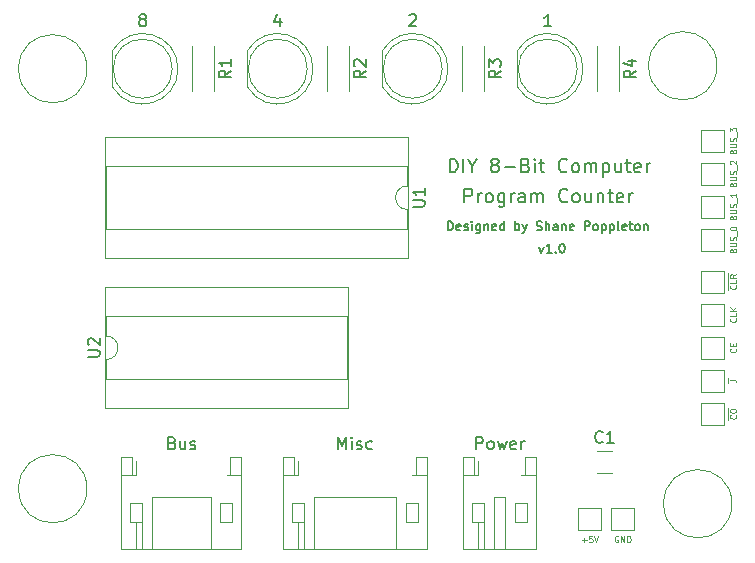
<source format=gbr>
G04 #@! TF.GenerationSoftware,KiCad,Pcbnew,(5.1.2-1)-1*
G04 #@! TF.CreationDate,2019-08-22T07:59:40+10:00*
G04 #@! TF.ProjectId,program-counter,70726f67-7261-46d2-9d63-6f756e746572,rev?*
G04 #@! TF.SameCoordinates,Original*
G04 #@! TF.FileFunction,Legend,Top*
G04 #@! TF.FilePolarity,Positive*
%FSLAX46Y46*%
G04 Gerber Fmt 4.6, Leading zero omitted, Abs format (unit mm)*
G04 Created by KiCad (PCBNEW (5.1.2-1)-1) date 2019-08-22 07:59:40*
%MOMM*%
%LPD*%
G04 APERTURE LIST*
%ADD10C,0.127000*%
%ADD11C,0.100000*%
%ADD12C,0.120000*%
%ADD13C,0.150000*%
%ADD14C,0.101600*%
G04 APERTURE END LIST*
D10*
X108521500Y-92592071D02*
X108521500Y-91449071D01*
X108956928Y-91449071D01*
X109065785Y-91503500D01*
X109120214Y-91557928D01*
X109174642Y-91666785D01*
X109174642Y-91830071D01*
X109120214Y-91938928D01*
X109065785Y-91993357D01*
X108956928Y-92047785D01*
X108521500Y-92047785D01*
X109664500Y-92592071D02*
X109664500Y-91830071D01*
X109664500Y-92047785D02*
X109718928Y-91938928D01*
X109773357Y-91884500D01*
X109882214Y-91830071D01*
X109991071Y-91830071D01*
X110535357Y-92592071D02*
X110426500Y-92537642D01*
X110372071Y-92483214D01*
X110317642Y-92374357D01*
X110317642Y-92047785D01*
X110372071Y-91938928D01*
X110426500Y-91884500D01*
X110535357Y-91830071D01*
X110698642Y-91830071D01*
X110807500Y-91884500D01*
X110861928Y-91938928D01*
X110916357Y-92047785D01*
X110916357Y-92374357D01*
X110861928Y-92483214D01*
X110807500Y-92537642D01*
X110698642Y-92592071D01*
X110535357Y-92592071D01*
X111896071Y-91830071D02*
X111896071Y-92755357D01*
X111841642Y-92864214D01*
X111787214Y-92918642D01*
X111678357Y-92973071D01*
X111515071Y-92973071D01*
X111406214Y-92918642D01*
X111896071Y-92537642D02*
X111787214Y-92592071D01*
X111569500Y-92592071D01*
X111460642Y-92537642D01*
X111406214Y-92483214D01*
X111351785Y-92374357D01*
X111351785Y-92047785D01*
X111406214Y-91938928D01*
X111460642Y-91884500D01*
X111569500Y-91830071D01*
X111787214Y-91830071D01*
X111896071Y-91884500D01*
X112440357Y-92592071D02*
X112440357Y-91830071D01*
X112440357Y-92047785D02*
X112494785Y-91938928D01*
X112549214Y-91884500D01*
X112658071Y-91830071D01*
X112766928Y-91830071D01*
X113637785Y-92592071D02*
X113637785Y-91993357D01*
X113583357Y-91884500D01*
X113474500Y-91830071D01*
X113256785Y-91830071D01*
X113147928Y-91884500D01*
X113637785Y-92537642D02*
X113528928Y-92592071D01*
X113256785Y-92592071D01*
X113147928Y-92537642D01*
X113093500Y-92428785D01*
X113093500Y-92319928D01*
X113147928Y-92211071D01*
X113256785Y-92156642D01*
X113528928Y-92156642D01*
X113637785Y-92102214D01*
X114182071Y-92592071D02*
X114182071Y-91830071D01*
X114182071Y-91938928D02*
X114236500Y-91884500D01*
X114345357Y-91830071D01*
X114508642Y-91830071D01*
X114617500Y-91884500D01*
X114671928Y-91993357D01*
X114671928Y-92592071D01*
X114671928Y-91993357D02*
X114726357Y-91884500D01*
X114835214Y-91830071D01*
X114998500Y-91830071D01*
X115107357Y-91884500D01*
X115161785Y-91993357D01*
X115161785Y-92592071D01*
X117230071Y-92483214D02*
X117175642Y-92537642D01*
X117012357Y-92592071D01*
X116903500Y-92592071D01*
X116740214Y-92537642D01*
X116631357Y-92428785D01*
X116576928Y-92319928D01*
X116522500Y-92102214D01*
X116522500Y-91938928D01*
X116576928Y-91721214D01*
X116631357Y-91612357D01*
X116740214Y-91503500D01*
X116903500Y-91449071D01*
X117012357Y-91449071D01*
X117175642Y-91503500D01*
X117230071Y-91557928D01*
X117883214Y-92592071D02*
X117774357Y-92537642D01*
X117719928Y-92483214D01*
X117665500Y-92374357D01*
X117665500Y-92047785D01*
X117719928Y-91938928D01*
X117774357Y-91884500D01*
X117883214Y-91830071D01*
X118046500Y-91830071D01*
X118155357Y-91884500D01*
X118209785Y-91938928D01*
X118264214Y-92047785D01*
X118264214Y-92374357D01*
X118209785Y-92483214D01*
X118155357Y-92537642D01*
X118046500Y-92592071D01*
X117883214Y-92592071D01*
X119243928Y-91830071D02*
X119243928Y-92592071D01*
X118754071Y-91830071D02*
X118754071Y-92428785D01*
X118808500Y-92537642D01*
X118917357Y-92592071D01*
X119080642Y-92592071D01*
X119189500Y-92537642D01*
X119243928Y-92483214D01*
X119788214Y-91830071D02*
X119788214Y-92592071D01*
X119788214Y-91938928D02*
X119842642Y-91884500D01*
X119951500Y-91830071D01*
X120114785Y-91830071D01*
X120223642Y-91884500D01*
X120278071Y-91993357D01*
X120278071Y-92592071D01*
X120659071Y-91830071D02*
X121094500Y-91830071D01*
X120822357Y-91449071D02*
X120822357Y-92428785D01*
X120876785Y-92537642D01*
X120985642Y-92592071D01*
X121094500Y-92592071D01*
X121910928Y-92537642D02*
X121802071Y-92592071D01*
X121584357Y-92592071D01*
X121475500Y-92537642D01*
X121421071Y-92428785D01*
X121421071Y-91993357D01*
X121475500Y-91884500D01*
X121584357Y-91830071D01*
X121802071Y-91830071D01*
X121910928Y-91884500D01*
X121965357Y-91993357D01*
X121965357Y-92102214D01*
X121421071Y-92211071D01*
X122455214Y-92592071D02*
X122455214Y-91830071D01*
X122455214Y-92047785D02*
X122509642Y-91938928D01*
X122564071Y-91884500D01*
X122672928Y-91830071D01*
X122781785Y-91830071D01*
X114862428Y-96356714D02*
X115043857Y-96864714D01*
X115225285Y-96356714D01*
X115914714Y-96864714D02*
X115479285Y-96864714D01*
X115697000Y-96864714D02*
X115697000Y-96102714D01*
X115624428Y-96211571D01*
X115551857Y-96284142D01*
X115479285Y-96320428D01*
X116241285Y-96792142D02*
X116277571Y-96828428D01*
X116241285Y-96864714D01*
X116205000Y-96828428D01*
X116241285Y-96792142D01*
X116241285Y-96864714D01*
X116749285Y-96102714D02*
X116821857Y-96102714D01*
X116894428Y-96139000D01*
X116930714Y-96175285D01*
X116967000Y-96247857D01*
X117003285Y-96393000D01*
X117003285Y-96574428D01*
X116967000Y-96719571D01*
X116930714Y-96792142D01*
X116894428Y-96828428D01*
X116821857Y-96864714D01*
X116749285Y-96864714D01*
X116676714Y-96828428D01*
X116640428Y-96792142D01*
X116604142Y-96719571D01*
X116567857Y-96574428D01*
X116567857Y-96393000D01*
X116604142Y-96247857D01*
X116640428Y-96175285D01*
X116676714Y-96139000D01*
X116749285Y-96102714D01*
X107115428Y-94959714D02*
X107115428Y-94197714D01*
X107296857Y-94197714D01*
X107405714Y-94234000D01*
X107478285Y-94306571D01*
X107514571Y-94379142D01*
X107550857Y-94524285D01*
X107550857Y-94633142D01*
X107514571Y-94778285D01*
X107478285Y-94850857D01*
X107405714Y-94923428D01*
X107296857Y-94959714D01*
X107115428Y-94959714D01*
X108167714Y-94923428D02*
X108095142Y-94959714D01*
X107950000Y-94959714D01*
X107877428Y-94923428D01*
X107841142Y-94850857D01*
X107841142Y-94560571D01*
X107877428Y-94488000D01*
X107950000Y-94451714D01*
X108095142Y-94451714D01*
X108167714Y-94488000D01*
X108204000Y-94560571D01*
X108204000Y-94633142D01*
X107841142Y-94705714D01*
X108494285Y-94923428D02*
X108566857Y-94959714D01*
X108712000Y-94959714D01*
X108784571Y-94923428D01*
X108820857Y-94850857D01*
X108820857Y-94814571D01*
X108784571Y-94742000D01*
X108712000Y-94705714D01*
X108603142Y-94705714D01*
X108530571Y-94669428D01*
X108494285Y-94596857D01*
X108494285Y-94560571D01*
X108530571Y-94488000D01*
X108603142Y-94451714D01*
X108712000Y-94451714D01*
X108784571Y-94488000D01*
X109147428Y-94959714D02*
X109147428Y-94451714D01*
X109147428Y-94197714D02*
X109111142Y-94234000D01*
X109147428Y-94270285D01*
X109183714Y-94234000D01*
X109147428Y-94197714D01*
X109147428Y-94270285D01*
X109836857Y-94451714D02*
X109836857Y-95068571D01*
X109800571Y-95141142D01*
X109764285Y-95177428D01*
X109691714Y-95213714D01*
X109582857Y-95213714D01*
X109510285Y-95177428D01*
X109836857Y-94923428D02*
X109764285Y-94959714D01*
X109619142Y-94959714D01*
X109546571Y-94923428D01*
X109510285Y-94887142D01*
X109474000Y-94814571D01*
X109474000Y-94596857D01*
X109510285Y-94524285D01*
X109546571Y-94488000D01*
X109619142Y-94451714D01*
X109764285Y-94451714D01*
X109836857Y-94488000D01*
X110199714Y-94451714D02*
X110199714Y-94959714D01*
X110199714Y-94524285D02*
X110236000Y-94488000D01*
X110308571Y-94451714D01*
X110417428Y-94451714D01*
X110490000Y-94488000D01*
X110526285Y-94560571D01*
X110526285Y-94959714D01*
X111179428Y-94923428D02*
X111106857Y-94959714D01*
X110961714Y-94959714D01*
X110889142Y-94923428D01*
X110852857Y-94850857D01*
X110852857Y-94560571D01*
X110889142Y-94488000D01*
X110961714Y-94451714D01*
X111106857Y-94451714D01*
X111179428Y-94488000D01*
X111215714Y-94560571D01*
X111215714Y-94633142D01*
X110852857Y-94705714D01*
X111868857Y-94959714D02*
X111868857Y-94197714D01*
X111868857Y-94923428D02*
X111796285Y-94959714D01*
X111651142Y-94959714D01*
X111578571Y-94923428D01*
X111542285Y-94887142D01*
X111506000Y-94814571D01*
X111506000Y-94596857D01*
X111542285Y-94524285D01*
X111578571Y-94488000D01*
X111651142Y-94451714D01*
X111796285Y-94451714D01*
X111868857Y-94488000D01*
X112812285Y-94959714D02*
X112812285Y-94197714D01*
X112812285Y-94488000D02*
X112884857Y-94451714D01*
X113030000Y-94451714D01*
X113102571Y-94488000D01*
X113138857Y-94524285D01*
X113175142Y-94596857D01*
X113175142Y-94814571D01*
X113138857Y-94887142D01*
X113102571Y-94923428D01*
X113030000Y-94959714D01*
X112884857Y-94959714D01*
X112812285Y-94923428D01*
X113429142Y-94451714D02*
X113610571Y-94959714D01*
X113792000Y-94451714D02*
X113610571Y-94959714D01*
X113538000Y-95141142D01*
X113501714Y-95177428D01*
X113429142Y-95213714D01*
X114626571Y-94923428D02*
X114735428Y-94959714D01*
X114916857Y-94959714D01*
X114989428Y-94923428D01*
X115025714Y-94887142D01*
X115062000Y-94814571D01*
X115062000Y-94742000D01*
X115025714Y-94669428D01*
X114989428Y-94633142D01*
X114916857Y-94596857D01*
X114771714Y-94560571D01*
X114699142Y-94524285D01*
X114662857Y-94488000D01*
X114626571Y-94415428D01*
X114626571Y-94342857D01*
X114662857Y-94270285D01*
X114699142Y-94234000D01*
X114771714Y-94197714D01*
X114953142Y-94197714D01*
X115062000Y-94234000D01*
X115388571Y-94959714D02*
X115388571Y-94197714D01*
X115715142Y-94959714D02*
X115715142Y-94560571D01*
X115678857Y-94488000D01*
X115606285Y-94451714D01*
X115497428Y-94451714D01*
X115424857Y-94488000D01*
X115388571Y-94524285D01*
X116404571Y-94959714D02*
X116404571Y-94560571D01*
X116368285Y-94488000D01*
X116295714Y-94451714D01*
X116150571Y-94451714D01*
X116078000Y-94488000D01*
X116404571Y-94923428D02*
X116332000Y-94959714D01*
X116150571Y-94959714D01*
X116078000Y-94923428D01*
X116041714Y-94850857D01*
X116041714Y-94778285D01*
X116078000Y-94705714D01*
X116150571Y-94669428D01*
X116332000Y-94669428D01*
X116404571Y-94633142D01*
X116767428Y-94451714D02*
X116767428Y-94959714D01*
X116767428Y-94524285D02*
X116803714Y-94488000D01*
X116876285Y-94451714D01*
X116985142Y-94451714D01*
X117057714Y-94488000D01*
X117094000Y-94560571D01*
X117094000Y-94959714D01*
X117747142Y-94923428D02*
X117674571Y-94959714D01*
X117529428Y-94959714D01*
X117456857Y-94923428D01*
X117420571Y-94850857D01*
X117420571Y-94560571D01*
X117456857Y-94488000D01*
X117529428Y-94451714D01*
X117674571Y-94451714D01*
X117747142Y-94488000D01*
X117783428Y-94560571D01*
X117783428Y-94633142D01*
X117420571Y-94705714D01*
X118690571Y-94959714D02*
X118690571Y-94197714D01*
X118980857Y-94197714D01*
X119053428Y-94234000D01*
X119089714Y-94270285D01*
X119126000Y-94342857D01*
X119126000Y-94451714D01*
X119089714Y-94524285D01*
X119053428Y-94560571D01*
X118980857Y-94596857D01*
X118690571Y-94596857D01*
X119561428Y-94959714D02*
X119488857Y-94923428D01*
X119452571Y-94887142D01*
X119416285Y-94814571D01*
X119416285Y-94596857D01*
X119452571Y-94524285D01*
X119488857Y-94488000D01*
X119561428Y-94451714D01*
X119670285Y-94451714D01*
X119742857Y-94488000D01*
X119779142Y-94524285D01*
X119815428Y-94596857D01*
X119815428Y-94814571D01*
X119779142Y-94887142D01*
X119742857Y-94923428D01*
X119670285Y-94959714D01*
X119561428Y-94959714D01*
X120142000Y-94451714D02*
X120142000Y-95213714D01*
X120142000Y-94488000D02*
X120214571Y-94451714D01*
X120359714Y-94451714D01*
X120432285Y-94488000D01*
X120468571Y-94524285D01*
X120504857Y-94596857D01*
X120504857Y-94814571D01*
X120468571Y-94887142D01*
X120432285Y-94923428D01*
X120359714Y-94959714D01*
X120214571Y-94959714D01*
X120142000Y-94923428D01*
X120831428Y-94451714D02*
X120831428Y-95213714D01*
X120831428Y-94488000D02*
X120904000Y-94451714D01*
X121049142Y-94451714D01*
X121121714Y-94488000D01*
X121158000Y-94524285D01*
X121194285Y-94596857D01*
X121194285Y-94814571D01*
X121158000Y-94887142D01*
X121121714Y-94923428D01*
X121049142Y-94959714D01*
X120904000Y-94959714D01*
X120831428Y-94923428D01*
X121629714Y-94959714D02*
X121557142Y-94923428D01*
X121520857Y-94850857D01*
X121520857Y-94197714D01*
X122210285Y-94923428D02*
X122137714Y-94959714D01*
X121992571Y-94959714D01*
X121920000Y-94923428D01*
X121883714Y-94850857D01*
X121883714Y-94560571D01*
X121920000Y-94488000D01*
X121992571Y-94451714D01*
X122137714Y-94451714D01*
X122210285Y-94488000D01*
X122246571Y-94560571D01*
X122246571Y-94633142D01*
X121883714Y-94705714D01*
X122464285Y-94451714D02*
X122754571Y-94451714D01*
X122573142Y-94197714D02*
X122573142Y-94850857D01*
X122609428Y-94923428D01*
X122682000Y-94959714D01*
X122754571Y-94959714D01*
X123117428Y-94959714D02*
X123044857Y-94923428D01*
X123008571Y-94887142D01*
X122972285Y-94814571D01*
X122972285Y-94596857D01*
X123008571Y-94524285D01*
X123044857Y-94488000D01*
X123117428Y-94451714D01*
X123226285Y-94451714D01*
X123298857Y-94488000D01*
X123335142Y-94524285D01*
X123371428Y-94596857D01*
X123371428Y-94814571D01*
X123335142Y-94887142D01*
X123298857Y-94923428D01*
X123226285Y-94959714D01*
X123117428Y-94959714D01*
X123698000Y-94451714D02*
X123698000Y-94959714D01*
X123698000Y-94524285D02*
X123734285Y-94488000D01*
X123806857Y-94451714D01*
X123915714Y-94451714D01*
X123988285Y-94488000D01*
X124024571Y-94560571D01*
X124024571Y-94959714D01*
X107287785Y-90052071D02*
X107287785Y-88909071D01*
X107559928Y-88909071D01*
X107723214Y-88963500D01*
X107832071Y-89072357D01*
X107886500Y-89181214D01*
X107940928Y-89398928D01*
X107940928Y-89562214D01*
X107886500Y-89779928D01*
X107832071Y-89888785D01*
X107723214Y-89997642D01*
X107559928Y-90052071D01*
X107287785Y-90052071D01*
X108430785Y-90052071D02*
X108430785Y-88909071D01*
X109192785Y-89507785D02*
X109192785Y-90052071D01*
X108811785Y-88909071D02*
X109192785Y-89507785D01*
X109573785Y-88909071D01*
X110988928Y-89398928D02*
X110880071Y-89344500D01*
X110825642Y-89290071D01*
X110771214Y-89181214D01*
X110771214Y-89126785D01*
X110825642Y-89017928D01*
X110880071Y-88963500D01*
X110988928Y-88909071D01*
X111206642Y-88909071D01*
X111315500Y-88963500D01*
X111369928Y-89017928D01*
X111424357Y-89126785D01*
X111424357Y-89181214D01*
X111369928Y-89290071D01*
X111315500Y-89344500D01*
X111206642Y-89398928D01*
X110988928Y-89398928D01*
X110880071Y-89453357D01*
X110825642Y-89507785D01*
X110771214Y-89616642D01*
X110771214Y-89834357D01*
X110825642Y-89943214D01*
X110880071Y-89997642D01*
X110988928Y-90052071D01*
X111206642Y-90052071D01*
X111315500Y-89997642D01*
X111369928Y-89943214D01*
X111424357Y-89834357D01*
X111424357Y-89616642D01*
X111369928Y-89507785D01*
X111315500Y-89453357D01*
X111206642Y-89398928D01*
X111914214Y-89616642D02*
X112785071Y-89616642D01*
X113710357Y-89453357D02*
X113873642Y-89507785D01*
X113928071Y-89562214D01*
X113982500Y-89671071D01*
X113982500Y-89834357D01*
X113928071Y-89943214D01*
X113873642Y-89997642D01*
X113764785Y-90052071D01*
X113329357Y-90052071D01*
X113329357Y-88909071D01*
X113710357Y-88909071D01*
X113819214Y-88963500D01*
X113873642Y-89017928D01*
X113928071Y-89126785D01*
X113928071Y-89235642D01*
X113873642Y-89344500D01*
X113819214Y-89398928D01*
X113710357Y-89453357D01*
X113329357Y-89453357D01*
X114472357Y-90052071D02*
X114472357Y-89290071D01*
X114472357Y-88909071D02*
X114417928Y-88963500D01*
X114472357Y-89017928D01*
X114526785Y-88963500D01*
X114472357Y-88909071D01*
X114472357Y-89017928D01*
X114853357Y-89290071D02*
X115288785Y-89290071D01*
X115016642Y-88909071D02*
X115016642Y-89888785D01*
X115071071Y-89997642D01*
X115179928Y-90052071D01*
X115288785Y-90052071D01*
X117193785Y-89943214D02*
X117139357Y-89997642D01*
X116976071Y-90052071D01*
X116867214Y-90052071D01*
X116703928Y-89997642D01*
X116595071Y-89888785D01*
X116540642Y-89779928D01*
X116486214Y-89562214D01*
X116486214Y-89398928D01*
X116540642Y-89181214D01*
X116595071Y-89072357D01*
X116703928Y-88963500D01*
X116867214Y-88909071D01*
X116976071Y-88909071D01*
X117139357Y-88963500D01*
X117193785Y-89017928D01*
X117846928Y-90052071D02*
X117738071Y-89997642D01*
X117683642Y-89943214D01*
X117629214Y-89834357D01*
X117629214Y-89507785D01*
X117683642Y-89398928D01*
X117738071Y-89344500D01*
X117846928Y-89290071D01*
X118010214Y-89290071D01*
X118119071Y-89344500D01*
X118173500Y-89398928D01*
X118227928Y-89507785D01*
X118227928Y-89834357D01*
X118173500Y-89943214D01*
X118119071Y-89997642D01*
X118010214Y-90052071D01*
X117846928Y-90052071D01*
X118717785Y-90052071D02*
X118717785Y-89290071D01*
X118717785Y-89398928D02*
X118772214Y-89344500D01*
X118881071Y-89290071D01*
X119044357Y-89290071D01*
X119153214Y-89344500D01*
X119207642Y-89453357D01*
X119207642Y-90052071D01*
X119207642Y-89453357D02*
X119262071Y-89344500D01*
X119370928Y-89290071D01*
X119534214Y-89290071D01*
X119643071Y-89344500D01*
X119697500Y-89453357D01*
X119697500Y-90052071D01*
X120241785Y-89290071D02*
X120241785Y-90433071D01*
X120241785Y-89344500D02*
X120350642Y-89290071D01*
X120568357Y-89290071D01*
X120677214Y-89344500D01*
X120731642Y-89398928D01*
X120786071Y-89507785D01*
X120786071Y-89834357D01*
X120731642Y-89943214D01*
X120677214Y-89997642D01*
X120568357Y-90052071D01*
X120350642Y-90052071D01*
X120241785Y-89997642D01*
X121765785Y-89290071D02*
X121765785Y-90052071D01*
X121275928Y-89290071D02*
X121275928Y-89888785D01*
X121330357Y-89997642D01*
X121439214Y-90052071D01*
X121602500Y-90052071D01*
X121711357Y-89997642D01*
X121765785Y-89943214D01*
X122146785Y-89290071D02*
X122582214Y-89290071D01*
X122310071Y-88909071D02*
X122310071Y-89888785D01*
X122364500Y-89997642D01*
X122473357Y-90052071D01*
X122582214Y-90052071D01*
X123398642Y-89997642D02*
X123289785Y-90052071D01*
X123072071Y-90052071D01*
X122963214Y-89997642D01*
X122908785Y-89888785D01*
X122908785Y-89453357D01*
X122963214Y-89344500D01*
X123072071Y-89290071D01*
X123289785Y-89290071D01*
X123398642Y-89344500D01*
X123453071Y-89453357D01*
X123453071Y-89562214D01*
X122908785Y-89671071D01*
X123942928Y-90052071D02*
X123942928Y-89290071D01*
X123942928Y-89507785D02*
X123997357Y-89398928D01*
X124051785Y-89344500D01*
X124160642Y-89290071D01*
X124269500Y-89290071D01*
D11*
X76550017Y-116840000D02*
G75*
G03X76550017Y-116840000I-2890017J0D01*
G01*
X131160017Y-118110000D02*
G75*
G03X131160017Y-118110000I-2890017J0D01*
G01*
X129890017Y-81026000D02*
G75*
G03X129890017Y-81026000I-2890017J0D01*
G01*
X76550017Y-81280000D02*
G75*
G03X76550017Y-81280000I-2890017J0D01*
G01*
D12*
X119747000Y-115474000D02*
X121005000Y-115474000D01*
X119747000Y-113634000D02*
X121005000Y-113634000D01*
X78720000Y-79735000D02*
X78720000Y-82825000D01*
X83780000Y-81280000D02*
G75*
G03X83780000Y-81280000I-2500000J0D01*
G01*
X84270000Y-81279538D02*
G75*
G02X78720000Y-82824830I-2990000J-462D01*
G01*
X84270000Y-81280462D02*
G75*
G03X78720000Y-79735170I-2990000J462D01*
G01*
X95700000Y-81280462D02*
G75*
G03X90150000Y-79735170I-2990000J462D01*
G01*
X95700000Y-81279538D02*
G75*
G02X90150000Y-82824830I-2990000J-462D01*
G01*
X95210000Y-81280000D02*
G75*
G03X95210000Y-81280000I-2500000J0D01*
G01*
X90150000Y-79735000D02*
X90150000Y-82825000D01*
X101580000Y-79735000D02*
X101580000Y-82825000D01*
X106640000Y-81280000D02*
G75*
G03X106640000Y-81280000I-2500000J0D01*
G01*
X107130000Y-81279538D02*
G75*
G02X101580000Y-82824830I-2990000J-462D01*
G01*
X107130000Y-81280462D02*
G75*
G03X101580000Y-79735170I-2990000J462D01*
G01*
X118560000Y-81280462D02*
G75*
G03X113010000Y-79735170I-2990000J462D01*
G01*
X118560000Y-81279538D02*
G75*
G02X113010000Y-82824830I-2990000J-462D01*
G01*
X118070000Y-81280000D02*
G75*
G03X118070000Y-81280000I-2500000J0D01*
G01*
X113010000Y-79735000D02*
X113010000Y-82825000D01*
X94390000Y-115710000D02*
X94110000Y-115710000D01*
X94110000Y-115710000D02*
X94110000Y-114110000D01*
X94110000Y-114110000D02*
X93190000Y-114110000D01*
X93190000Y-114110000D02*
X93190000Y-121930000D01*
X93190000Y-121930000D02*
X105310000Y-121930000D01*
X105310000Y-121930000D02*
X105310000Y-114110000D01*
X105310000Y-114110000D02*
X104390000Y-114110000D01*
X104390000Y-114110000D02*
X104390000Y-115710000D01*
X104390000Y-115710000D02*
X104110000Y-115710000D01*
X95750000Y-121930000D02*
X95750000Y-117570000D01*
X95750000Y-117570000D02*
X102750000Y-117570000D01*
X102750000Y-117570000D02*
X102750000Y-121930000D01*
X93190000Y-115710000D02*
X94110000Y-115710000D01*
X105310000Y-115710000D02*
X104390000Y-115710000D01*
X93950000Y-118070000D02*
X93950000Y-119670000D01*
X93950000Y-119670000D02*
X94950000Y-119670000D01*
X94950000Y-119670000D02*
X94950000Y-118070000D01*
X94950000Y-118070000D02*
X93950000Y-118070000D01*
X104550000Y-118070000D02*
X104550000Y-119670000D01*
X104550000Y-119670000D02*
X103550000Y-119670000D01*
X103550000Y-119670000D02*
X103550000Y-118070000D01*
X103550000Y-118070000D02*
X104550000Y-118070000D01*
X94950000Y-119670000D02*
X94950000Y-121930000D01*
X94450000Y-119670000D02*
X94450000Y-121930000D01*
X94390000Y-115710000D02*
X94390000Y-114495000D01*
X80674000Y-115710000D02*
X80394000Y-115710000D01*
X80394000Y-115710000D02*
X80394000Y-114110000D01*
X80394000Y-114110000D02*
X79474000Y-114110000D01*
X79474000Y-114110000D02*
X79474000Y-121930000D01*
X79474000Y-121930000D02*
X89594000Y-121930000D01*
X89594000Y-121930000D02*
X89594000Y-114110000D01*
X89594000Y-114110000D02*
X88674000Y-114110000D01*
X88674000Y-114110000D02*
X88674000Y-115710000D01*
X88674000Y-115710000D02*
X88394000Y-115710000D01*
X82034000Y-121930000D02*
X82034000Y-117570000D01*
X82034000Y-117570000D02*
X87034000Y-117570000D01*
X87034000Y-117570000D02*
X87034000Y-121930000D01*
X79474000Y-115710000D02*
X80394000Y-115710000D01*
X89594000Y-115710000D02*
X88674000Y-115710000D01*
X80234000Y-118070000D02*
X80234000Y-119670000D01*
X80234000Y-119670000D02*
X81234000Y-119670000D01*
X81234000Y-119670000D02*
X81234000Y-118070000D01*
X81234000Y-118070000D02*
X80234000Y-118070000D01*
X88834000Y-118070000D02*
X88834000Y-119670000D01*
X88834000Y-119670000D02*
X87834000Y-119670000D01*
X87834000Y-119670000D02*
X87834000Y-118070000D01*
X87834000Y-118070000D02*
X88834000Y-118070000D01*
X81234000Y-119670000D02*
X81234000Y-121930000D01*
X80734000Y-119670000D02*
X80734000Y-121930000D01*
X80674000Y-115710000D02*
X80674000Y-114495000D01*
X109630000Y-115710000D02*
X109350000Y-115710000D01*
X109350000Y-115710000D02*
X109350000Y-114110000D01*
X109350000Y-114110000D02*
X108430000Y-114110000D01*
X108430000Y-114110000D02*
X108430000Y-121930000D01*
X108430000Y-121930000D02*
X114550000Y-121930000D01*
X114550000Y-121930000D02*
X114550000Y-114110000D01*
X114550000Y-114110000D02*
X113630000Y-114110000D01*
X113630000Y-114110000D02*
X113630000Y-115710000D01*
X113630000Y-115710000D02*
X113350000Y-115710000D01*
X110990000Y-121930000D02*
X110990000Y-117570000D01*
X110990000Y-117570000D02*
X111990000Y-117570000D01*
X111990000Y-117570000D02*
X111990000Y-121930000D01*
X108430000Y-115710000D02*
X109350000Y-115710000D01*
X114550000Y-115710000D02*
X113630000Y-115710000D01*
X109190000Y-118070000D02*
X109190000Y-119670000D01*
X109190000Y-119670000D02*
X110190000Y-119670000D01*
X110190000Y-119670000D02*
X110190000Y-118070000D01*
X110190000Y-118070000D02*
X109190000Y-118070000D01*
X113790000Y-118070000D02*
X113790000Y-119670000D01*
X113790000Y-119670000D02*
X112790000Y-119670000D01*
X112790000Y-119670000D02*
X112790000Y-118070000D01*
X112790000Y-118070000D02*
X113790000Y-118070000D01*
X110190000Y-119670000D02*
X110190000Y-121930000D01*
X109690000Y-119670000D02*
X109690000Y-121930000D01*
X109630000Y-115710000D02*
X109630000Y-114495000D01*
X85440000Y-79360000D02*
X85440000Y-83200000D01*
X87280000Y-79360000D02*
X87280000Y-83200000D01*
X98710000Y-79360000D02*
X98710000Y-83200000D01*
X96870000Y-79360000D02*
X96870000Y-83200000D01*
X108300000Y-79360000D02*
X108300000Y-83200000D01*
X110140000Y-79360000D02*
X110140000Y-83200000D01*
X121570000Y-79360000D02*
X121570000Y-83200000D01*
X119730000Y-79360000D02*
X119730000Y-83200000D01*
X128590000Y-111440000D02*
X128590000Y-109540000D01*
X128590000Y-109540000D02*
X130490000Y-109540000D01*
X130490000Y-109540000D02*
X130490000Y-111440000D01*
X130490000Y-111440000D02*
X128590000Y-111440000D01*
X130490000Y-100264000D02*
X128590000Y-100264000D01*
X130490000Y-98364000D02*
X130490000Y-100264000D01*
X128590000Y-98364000D02*
X130490000Y-98364000D01*
X128590000Y-100264000D02*
X128590000Y-98364000D01*
X128590000Y-103058000D02*
X128590000Y-101158000D01*
X128590000Y-101158000D02*
X130490000Y-101158000D01*
X130490000Y-101158000D02*
X130490000Y-103058000D01*
X130490000Y-103058000D02*
X128590000Y-103058000D01*
X128590000Y-108646000D02*
X128590000Y-106746000D01*
X128590000Y-106746000D02*
X130490000Y-106746000D01*
X130490000Y-106746000D02*
X130490000Y-108646000D01*
X130490000Y-108646000D02*
X128590000Y-108646000D01*
X130490000Y-105852000D02*
X128590000Y-105852000D01*
X130490000Y-103952000D02*
X130490000Y-105852000D01*
X128590000Y-103952000D02*
X130490000Y-103952000D01*
X128590000Y-105852000D02*
X128590000Y-103952000D01*
X130490000Y-91120000D02*
X128590000Y-91120000D01*
X130490000Y-89220000D02*
X130490000Y-91120000D01*
X128590000Y-89220000D02*
X130490000Y-89220000D01*
X128590000Y-91120000D02*
X128590000Y-89220000D01*
X130490000Y-96708000D02*
X128590000Y-96708000D01*
X130490000Y-94808000D02*
X130490000Y-96708000D01*
X128590000Y-94808000D02*
X130490000Y-94808000D01*
X128590000Y-96708000D02*
X128590000Y-94808000D01*
X128590000Y-93914000D02*
X128590000Y-92014000D01*
X128590000Y-92014000D02*
X130490000Y-92014000D01*
X130490000Y-92014000D02*
X130490000Y-93914000D01*
X130490000Y-93914000D02*
X128590000Y-93914000D01*
X128590000Y-88326000D02*
X128590000Y-86426000D01*
X128590000Y-86426000D02*
X130490000Y-86426000D01*
X130490000Y-86426000D02*
X130490000Y-88326000D01*
X130490000Y-88326000D02*
X128590000Y-88326000D01*
X120970000Y-118430000D02*
X122870000Y-118430000D01*
X122870000Y-118430000D02*
X122870000Y-120330000D01*
X122870000Y-120330000D02*
X120970000Y-120330000D01*
X120970000Y-120330000D02*
X120970000Y-118430000D01*
X118176000Y-120330000D02*
X118176000Y-118430000D01*
X120076000Y-120330000D02*
X118176000Y-120330000D01*
X120076000Y-118430000D02*
X120076000Y-120330000D01*
X118176000Y-118430000D02*
X120076000Y-118430000D01*
X103692000Y-93202000D02*
G75*
G02X103692000Y-91202000I0J1000000D01*
G01*
X103692000Y-91202000D02*
X103692000Y-89552000D01*
X103692000Y-89552000D02*
X78172000Y-89552000D01*
X78172000Y-89552000D02*
X78172000Y-94852000D01*
X78172000Y-94852000D02*
X103692000Y-94852000D01*
X103692000Y-94852000D02*
X103692000Y-93202000D01*
X103752000Y-87062000D02*
X78112000Y-87062000D01*
X78112000Y-87062000D02*
X78112000Y-97342000D01*
X78112000Y-97342000D02*
X103752000Y-97342000D01*
X103752000Y-97342000D02*
X103752000Y-87062000D01*
X78172000Y-103902000D02*
G75*
G02X78172000Y-105902000I0J-1000000D01*
G01*
X78172000Y-105902000D02*
X78172000Y-107552000D01*
X78172000Y-107552000D02*
X98612000Y-107552000D01*
X98612000Y-107552000D02*
X98612000Y-102252000D01*
X98612000Y-102252000D02*
X78172000Y-102252000D01*
X78172000Y-102252000D02*
X78172000Y-103902000D01*
X78112000Y-110042000D02*
X98672000Y-110042000D01*
X98672000Y-110042000D02*
X98672000Y-99762000D01*
X98672000Y-99762000D02*
X78112000Y-99762000D01*
X78112000Y-99762000D02*
X78112000Y-110042000D01*
D13*
X120209333Y-112861142D02*
X120161714Y-112908761D01*
X120018857Y-112956380D01*
X119923619Y-112956380D01*
X119780761Y-112908761D01*
X119685523Y-112813523D01*
X119637904Y-112718285D01*
X119590285Y-112527809D01*
X119590285Y-112384952D01*
X119637904Y-112194476D01*
X119685523Y-112099238D01*
X119780761Y-112004000D01*
X119923619Y-111956380D01*
X120018857Y-111956380D01*
X120161714Y-112004000D01*
X120209333Y-112051619D01*
X121161714Y-112956380D02*
X120590285Y-112956380D01*
X120876000Y-112956380D02*
X120876000Y-111956380D01*
X120780761Y-112099238D01*
X120685523Y-112194476D01*
X120590285Y-112242095D01*
X81184761Y-77096952D02*
X81089523Y-77049333D01*
X81041904Y-77001714D01*
X80994285Y-76906476D01*
X80994285Y-76858857D01*
X81041904Y-76763619D01*
X81089523Y-76716000D01*
X81184761Y-76668380D01*
X81375238Y-76668380D01*
X81470476Y-76716000D01*
X81518095Y-76763619D01*
X81565714Y-76858857D01*
X81565714Y-76906476D01*
X81518095Y-77001714D01*
X81470476Y-77049333D01*
X81375238Y-77096952D01*
X81184761Y-77096952D01*
X81089523Y-77144571D01*
X81041904Y-77192190D01*
X80994285Y-77287428D01*
X80994285Y-77477904D01*
X81041904Y-77573142D01*
X81089523Y-77620761D01*
X81184761Y-77668380D01*
X81375238Y-77668380D01*
X81470476Y-77620761D01*
X81518095Y-77573142D01*
X81565714Y-77477904D01*
X81565714Y-77287428D01*
X81518095Y-77192190D01*
X81470476Y-77144571D01*
X81375238Y-77096952D01*
X92900476Y-77001714D02*
X92900476Y-77668380D01*
X92662380Y-76620761D02*
X92424285Y-77335047D01*
X93043333Y-77335047D01*
X103854285Y-76763619D02*
X103901904Y-76716000D01*
X103997142Y-76668380D01*
X104235238Y-76668380D01*
X104330476Y-76716000D01*
X104378095Y-76763619D01*
X104425714Y-76858857D01*
X104425714Y-76954095D01*
X104378095Y-77096952D01*
X103806666Y-77668380D01*
X104425714Y-77668380D01*
X115855714Y-77668380D02*
X115284285Y-77668380D01*
X115570000Y-77668380D02*
X115570000Y-76668380D01*
X115474761Y-76811238D01*
X115379523Y-76906476D01*
X115284285Y-76954095D01*
X97845238Y-113482380D02*
X97845238Y-112482380D01*
X98178571Y-113196666D01*
X98511904Y-112482380D01*
X98511904Y-113482380D01*
X98988095Y-113482380D02*
X98988095Y-112815714D01*
X98988095Y-112482380D02*
X98940476Y-112530000D01*
X98988095Y-112577619D01*
X99035714Y-112530000D01*
X98988095Y-112482380D01*
X98988095Y-112577619D01*
X99416666Y-113434761D02*
X99511904Y-113482380D01*
X99702380Y-113482380D01*
X99797619Y-113434761D01*
X99845238Y-113339523D01*
X99845238Y-113291904D01*
X99797619Y-113196666D01*
X99702380Y-113149047D01*
X99559523Y-113149047D01*
X99464285Y-113101428D01*
X99416666Y-113006190D01*
X99416666Y-112958571D01*
X99464285Y-112863333D01*
X99559523Y-112815714D01*
X99702380Y-112815714D01*
X99797619Y-112863333D01*
X100702380Y-113434761D02*
X100607142Y-113482380D01*
X100416666Y-113482380D01*
X100321428Y-113434761D01*
X100273809Y-113387142D01*
X100226190Y-113291904D01*
X100226190Y-113006190D01*
X100273809Y-112910952D01*
X100321428Y-112863333D01*
X100416666Y-112815714D01*
X100607142Y-112815714D01*
X100702380Y-112863333D01*
X83796285Y-112958571D02*
X83939142Y-113006190D01*
X83986761Y-113053809D01*
X84034380Y-113149047D01*
X84034380Y-113291904D01*
X83986761Y-113387142D01*
X83939142Y-113434761D01*
X83843904Y-113482380D01*
X83462952Y-113482380D01*
X83462952Y-112482380D01*
X83796285Y-112482380D01*
X83891523Y-112530000D01*
X83939142Y-112577619D01*
X83986761Y-112672857D01*
X83986761Y-112768095D01*
X83939142Y-112863333D01*
X83891523Y-112910952D01*
X83796285Y-112958571D01*
X83462952Y-112958571D01*
X84891523Y-112815714D02*
X84891523Y-113482380D01*
X84462952Y-112815714D02*
X84462952Y-113339523D01*
X84510571Y-113434761D01*
X84605809Y-113482380D01*
X84748666Y-113482380D01*
X84843904Y-113434761D01*
X84891523Y-113387142D01*
X85320095Y-113434761D02*
X85415333Y-113482380D01*
X85605809Y-113482380D01*
X85701047Y-113434761D01*
X85748666Y-113339523D01*
X85748666Y-113291904D01*
X85701047Y-113196666D01*
X85605809Y-113149047D01*
X85462952Y-113149047D01*
X85367714Y-113101428D01*
X85320095Y-113006190D01*
X85320095Y-112958571D01*
X85367714Y-112863333D01*
X85462952Y-112815714D01*
X85605809Y-112815714D01*
X85701047Y-112863333D01*
X109513809Y-113482380D02*
X109513809Y-112482380D01*
X109894761Y-112482380D01*
X109990000Y-112530000D01*
X110037619Y-112577619D01*
X110085238Y-112672857D01*
X110085238Y-112815714D01*
X110037619Y-112910952D01*
X109990000Y-112958571D01*
X109894761Y-113006190D01*
X109513809Y-113006190D01*
X110656666Y-113482380D02*
X110561428Y-113434761D01*
X110513809Y-113387142D01*
X110466190Y-113291904D01*
X110466190Y-113006190D01*
X110513809Y-112910952D01*
X110561428Y-112863333D01*
X110656666Y-112815714D01*
X110799523Y-112815714D01*
X110894761Y-112863333D01*
X110942380Y-112910952D01*
X110990000Y-113006190D01*
X110990000Y-113291904D01*
X110942380Y-113387142D01*
X110894761Y-113434761D01*
X110799523Y-113482380D01*
X110656666Y-113482380D01*
X111323333Y-112815714D02*
X111513809Y-113482380D01*
X111704285Y-113006190D01*
X111894761Y-113482380D01*
X112085238Y-112815714D01*
X112847142Y-113434761D02*
X112751904Y-113482380D01*
X112561428Y-113482380D01*
X112466190Y-113434761D01*
X112418571Y-113339523D01*
X112418571Y-112958571D01*
X112466190Y-112863333D01*
X112561428Y-112815714D01*
X112751904Y-112815714D01*
X112847142Y-112863333D01*
X112894761Y-112958571D01*
X112894761Y-113053809D01*
X112418571Y-113149047D01*
X113323333Y-113482380D02*
X113323333Y-112815714D01*
X113323333Y-113006190D02*
X113370952Y-112910952D01*
X113418571Y-112863333D01*
X113513809Y-112815714D01*
X113609047Y-112815714D01*
X88732380Y-81446666D02*
X88256190Y-81780000D01*
X88732380Y-82018095D02*
X87732380Y-82018095D01*
X87732380Y-81637142D01*
X87780000Y-81541904D01*
X87827619Y-81494285D01*
X87922857Y-81446666D01*
X88065714Y-81446666D01*
X88160952Y-81494285D01*
X88208571Y-81541904D01*
X88256190Y-81637142D01*
X88256190Y-82018095D01*
X88732380Y-80494285D02*
X88732380Y-81065714D01*
X88732380Y-80780000D02*
X87732380Y-80780000D01*
X87875238Y-80875238D01*
X87970476Y-80970476D01*
X88018095Y-81065714D01*
X100162380Y-81446666D02*
X99686190Y-81780000D01*
X100162380Y-82018095D02*
X99162380Y-82018095D01*
X99162380Y-81637142D01*
X99210000Y-81541904D01*
X99257619Y-81494285D01*
X99352857Y-81446666D01*
X99495714Y-81446666D01*
X99590952Y-81494285D01*
X99638571Y-81541904D01*
X99686190Y-81637142D01*
X99686190Y-82018095D01*
X99257619Y-81065714D02*
X99210000Y-81018095D01*
X99162380Y-80922857D01*
X99162380Y-80684761D01*
X99210000Y-80589523D01*
X99257619Y-80541904D01*
X99352857Y-80494285D01*
X99448095Y-80494285D01*
X99590952Y-80541904D01*
X100162380Y-81113333D01*
X100162380Y-80494285D01*
X111592380Y-81446666D02*
X111116190Y-81780000D01*
X111592380Y-82018095D02*
X110592380Y-82018095D01*
X110592380Y-81637142D01*
X110640000Y-81541904D01*
X110687619Y-81494285D01*
X110782857Y-81446666D01*
X110925714Y-81446666D01*
X111020952Y-81494285D01*
X111068571Y-81541904D01*
X111116190Y-81637142D01*
X111116190Y-82018095D01*
X110592380Y-81113333D02*
X110592380Y-80494285D01*
X110973333Y-80827619D01*
X110973333Y-80684761D01*
X111020952Y-80589523D01*
X111068571Y-80541904D01*
X111163809Y-80494285D01*
X111401904Y-80494285D01*
X111497142Y-80541904D01*
X111544761Y-80589523D01*
X111592380Y-80684761D01*
X111592380Y-80970476D01*
X111544761Y-81065714D01*
X111497142Y-81113333D01*
X123022380Y-81446666D02*
X122546190Y-81780000D01*
X123022380Y-82018095D02*
X122022380Y-82018095D01*
X122022380Y-81637142D01*
X122070000Y-81541904D01*
X122117619Y-81494285D01*
X122212857Y-81446666D01*
X122355714Y-81446666D01*
X122450952Y-81494285D01*
X122498571Y-81541904D01*
X122546190Y-81637142D01*
X122546190Y-82018095D01*
X122355714Y-80589523D02*
X123022380Y-80589523D01*
X121974761Y-80827619D02*
X122689047Y-81065714D01*
X122689047Y-80446666D01*
D14*
X130792160Y-111010095D02*
X130792160Y-110502095D01*
X131471428Y-110598857D02*
X131495619Y-110623047D01*
X131519809Y-110695619D01*
X131519809Y-110744000D01*
X131495619Y-110816571D01*
X131447238Y-110864952D01*
X131398857Y-110889142D01*
X131302095Y-110913333D01*
X131229523Y-110913333D01*
X131132761Y-110889142D01*
X131084380Y-110864952D01*
X131036000Y-110816571D01*
X131011809Y-110744000D01*
X131011809Y-110695619D01*
X131036000Y-110623047D01*
X131060190Y-110598857D01*
X130792160Y-110502095D02*
X130792160Y-109969904D01*
X131011809Y-110284380D02*
X131011809Y-110187619D01*
X131036000Y-110139238D01*
X131084380Y-110090857D01*
X131181142Y-110066666D01*
X131350476Y-110066666D01*
X131447238Y-110090857D01*
X131495619Y-110139238D01*
X131519809Y-110187619D01*
X131519809Y-110284380D01*
X131495619Y-110332761D01*
X131447238Y-110381142D01*
X131350476Y-110405333D01*
X131181142Y-110405333D01*
X131084380Y-110381142D01*
X131036000Y-110332761D01*
X131011809Y-110284380D01*
X130792160Y-100027619D02*
X130792160Y-99519619D01*
X131471428Y-99616380D02*
X131495619Y-99640571D01*
X131519809Y-99713142D01*
X131519809Y-99761523D01*
X131495619Y-99834095D01*
X131447238Y-99882476D01*
X131398857Y-99906666D01*
X131302095Y-99930857D01*
X131229523Y-99930857D01*
X131132761Y-99906666D01*
X131084380Y-99882476D01*
X131036000Y-99834095D01*
X131011809Y-99761523D01*
X131011809Y-99713142D01*
X131036000Y-99640571D01*
X131060190Y-99616380D01*
X130792160Y-99519619D02*
X130792160Y-99108380D01*
X131519809Y-99156761D02*
X131519809Y-99398666D01*
X131011809Y-99398666D01*
X130792160Y-99108380D02*
X130792160Y-98600380D01*
X131519809Y-98697142D02*
X131277904Y-98866476D01*
X131519809Y-98987428D02*
X131011809Y-98987428D01*
X131011809Y-98793904D01*
X131036000Y-98745523D01*
X131060190Y-98721333D01*
X131108571Y-98697142D01*
X131181142Y-98697142D01*
X131229523Y-98721333D01*
X131253714Y-98745523D01*
X131277904Y-98793904D01*
X131277904Y-98987428D01*
X131471428Y-102410380D02*
X131495619Y-102434571D01*
X131519809Y-102507142D01*
X131519809Y-102555523D01*
X131495619Y-102628095D01*
X131447238Y-102676476D01*
X131398857Y-102700666D01*
X131302095Y-102724857D01*
X131229523Y-102724857D01*
X131132761Y-102700666D01*
X131084380Y-102676476D01*
X131036000Y-102628095D01*
X131011809Y-102555523D01*
X131011809Y-102507142D01*
X131036000Y-102434571D01*
X131060190Y-102410380D01*
X131519809Y-101950761D02*
X131519809Y-102192666D01*
X131011809Y-102192666D01*
X131519809Y-101781428D02*
X131011809Y-101781428D01*
X131519809Y-101491142D02*
X131229523Y-101708857D01*
X131011809Y-101491142D02*
X131302095Y-101781428D01*
X130792160Y-107889523D02*
X130792160Y-107502476D01*
X131011809Y-107623428D02*
X131374666Y-107623428D01*
X131447238Y-107647619D01*
X131495619Y-107696000D01*
X131519809Y-107768571D01*
X131519809Y-107816952D01*
X131471428Y-104974571D02*
X131495619Y-104998761D01*
X131519809Y-105071333D01*
X131519809Y-105119714D01*
X131495619Y-105192285D01*
X131447238Y-105240666D01*
X131398857Y-105264857D01*
X131302095Y-105289047D01*
X131229523Y-105289047D01*
X131132761Y-105264857D01*
X131084380Y-105240666D01*
X131036000Y-105192285D01*
X131011809Y-105119714D01*
X131011809Y-105071333D01*
X131036000Y-104998761D01*
X131060190Y-104974571D01*
X131253714Y-104756857D02*
X131253714Y-104587523D01*
X131519809Y-104514952D02*
X131519809Y-104756857D01*
X131011809Y-104756857D01*
X131011809Y-104514952D01*
X131253714Y-91077142D02*
X131277904Y-91004571D01*
X131302095Y-90980380D01*
X131350476Y-90956190D01*
X131423047Y-90956190D01*
X131471428Y-90980380D01*
X131495619Y-91004571D01*
X131519809Y-91052952D01*
X131519809Y-91246476D01*
X131011809Y-91246476D01*
X131011809Y-91077142D01*
X131036000Y-91028761D01*
X131060190Y-91004571D01*
X131108571Y-90980380D01*
X131156952Y-90980380D01*
X131205333Y-91004571D01*
X131229523Y-91028761D01*
X131253714Y-91077142D01*
X131253714Y-91246476D01*
X131011809Y-90738476D02*
X131423047Y-90738476D01*
X131471428Y-90714285D01*
X131495619Y-90690095D01*
X131519809Y-90641714D01*
X131519809Y-90544952D01*
X131495619Y-90496571D01*
X131471428Y-90472380D01*
X131423047Y-90448190D01*
X131011809Y-90448190D01*
X131495619Y-90230476D02*
X131519809Y-90157904D01*
X131519809Y-90036952D01*
X131495619Y-89988571D01*
X131471428Y-89964380D01*
X131423047Y-89940190D01*
X131374666Y-89940190D01*
X131326285Y-89964380D01*
X131302095Y-89988571D01*
X131277904Y-90036952D01*
X131253714Y-90133714D01*
X131229523Y-90182095D01*
X131205333Y-90206285D01*
X131156952Y-90230476D01*
X131108571Y-90230476D01*
X131060190Y-90206285D01*
X131036000Y-90182095D01*
X131011809Y-90133714D01*
X131011809Y-90012761D01*
X131036000Y-89940190D01*
X131568190Y-89843428D02*
X131568190Y-89456380D01*
X131060190Y-89359619D02*
X131036000Y-89335428D01*
X131011809Y-89287047D01*
X131011809Y-89166095D01*
X131036000Y-89117714D01*
X131060190Y-89093523D01*
X131108571Y-89069333D01*
X131156952Y-89069333D01*
X131229523Y-89093523D01*
X131519809Y-89383809D01*
X131519809Y-89069333D01*
X131253714Y-96665142D02*
X131277904Y-96592571D01*
X131302095Y-96568380D01*
X131350476Y-96544190D01*
X131423047Y-96544190D01*
X131471428Y-96568380D01*
X131495619Y-96592571D01*
X131519809Y-96640952D01*
X131519809Y-96834476D01*
X131011809Y-96834476D01*
X131011809Y-96665142D01*
X131036000Y-96616761D01*
X131060190Y-96592571D01*
X131108571Y-96568380D01*
X131156952Y-96568380D01*
X131205333Y-96592571D01*
X131229523Y-96616761D01*
X131253714Y-96665142D01*
X131253714Y-96834476D01*
X131011809Y-96326476D02*
X131423047Y-96326476D01*
X131471428Y-96302285D01*
X131495619Y-96278095D01*
X131519809Y-96229714D01*
X131519809Y-96132952D01*
X131495619Y-96084571D01*
X131471428Y-96060380D01*
X131423047Y-96036190D01*
X131011809Y-96036190D01*
X131495619Y-95818476D02*
X131519809Y-95745904D01*
X131519809Y-95624952D01*
X131495619Y-95576571D01*
X131471428Y-95552380D01*
X131423047Y-95528190D01*
X131374666Y-95528190D01*
X131326285Y-95552380D01*
X131302095Y-95576571D01*
X131277904Y-95624952D01*
X131253714Y-95721714D01*
X131229523Y-95770095D01*
X131205333Y-95794285D01*
X131156952Y-95818476D01*
X131108571Y-95818476D01*
X131060190Y-95794285D01*
X131036000Y-95770095D01*
X131011809Y-95721714D01*
X131011809Y-95600761D01*
X131036000Y-95528190D01*
X131568190Y-95431428D02*
X131568190Y-95044380D01*
X131011809Y-94826666D02*
X131011809Y-94778285D01*
X131036000Y-94729904D01*
X131060190Y-94705714D01*
X131108571Y-94681523D01*
X131205333Y-94657333D01*
X131326285Y-94657333D01*
X131423047Y-94681523D01*
X131471428Y-94705714D01*
X131495619Y-94729904D01*
X131519809Y-94778285D01*
X131519809Y-94826666D01*
X131495619Y-94875047D01*
X131471428Y-94899238D01*
X131423047Y-94923428D01*
X131326285Y-94947619D01*
X131205333Y-94947619D01*
X131108571Y-94923428D01*
X131060190Y-94899238D01*
X131036000Y-94875047D01*
X131011809Y-94826666D01*
X131253714Y-93871142D02*
X131277904Y-93798571D01*
X131302095Y-93774380D01*
X131350476Y-93750190D01*
X131423047Y-93750190D01*
X131471428Y-93774380D01*
X131495619Y-93798571D01*
X131519809Y-93846952D01*
X131519809Y-94040476D01*
X131011809Y-94040476D01*
X131011809Y-93871142D01*
X131036000Y-93822761D01*
X131060190Y-93798571D01*
X131108571Y-93774380D01*
X131156952Y-93774380D01*
X131205333Y-93798571D01*
X131229523Y-93822761D01*
X131253714Y-93871142D01*
X131253714Y-94040476D01*
X131011809Y-93532476D02*
X131423047Y-93532476D01*
X131471428Y-93508285D01*
X131495619Y-93484095D01*
X131519809Y-93435714D01*
X131519809Y-93338952D01*
X131495619Y-93290571D01*
X131471428Y-93266380D01*
X131423047Y-93242190D01*
X131011809Y-93242190D01*
X131495619Y-93024476D02*
X131519809Y-92951904D01*
X131519809Y-92830952D01*
X131495619Y-92782571D01*
X131471428Y-92758380D01*
X131423047Y-92734190D01*
X131374666Y-92734190D01*
X131326285Y-92758380D01*
X131302095Y-92782571D01*
X131277904Y-92830952D01*
X131253714Y-92927714D01*
X131229523Y-92976095D01*
X131205333Y-93000285D01*
X131156952Y-93024476D01*
X131108571Y-93024476D01*
X131060190Y-93000285D01*
X131036000Y-92976095D01*
X131011809Y-92927714D01*
X131011809Y-92806761D01*
X131036000Y-92734190D01*
X131568190Y-92637428D02*
X131568190Y-92250380D01*
X131519809Y-91863333D02*
X131519809Y-92153619D01*
X131519809Y-92008476D02*
X131011809Y-92008476D01*
X131084380Y-92056857D01*
X131132761Y-92105238D01*
X131156952Y-92153619D01*
X131253714Y-88283142D02*
X131277904Y-88210571D01*
X131302095Y-88186380D01*
X131350476Y-88162190D01*
X131423047Y-88162190D01*
X131471428Y-88186380D01*
X131495619Y-88210571D01*
X131519809Y-88258952D01*
X131519809Y-88452476D01*
X131011809Y-88452476D01*
X131011809Y-88283142D01*
X131036000Y-88234761D01*
X131060190Y-88210571D01*
X131108571Y-88186380D01*
X131156952Y-88186380D01*
X131205333Y-88210571D01*
X131229523Y-88234761D01*
X131253714Y-88283142D01*
X131253714Y-88452476D01*
X131011809Y-87944476D02*
X131423047Y-87944476D01*
X131471428Y-87920285D01*
X131495619Y-87896095D01*
X131519809Y-87847714D01*
X131519809Y-87750952D01*
X131495619Y-87702571D01*
X131471428Y-87678380D01*
X131423047Y-87654190D01*
X131011809Y-87654190D01*
X131495619Y-87436476D02*
X131519809Y-87363904D01*
X131519809Y-87242952D01*
X131495619Y-87194571D01*
X131471428Y-87170380D01*
X131423047Y-87146190D01*
X131374666Y-87146190D01*
X131326285Y-87170380D01*
X131302095Y-87194571D01*
X131277904Y-87242952D01*
X131253714Y-87339714D01*
X131229523Y-87388095D01*
X131205333Y-87412285D01*
X131156952Y-87436476D01*
X131108571Y-87436476D01*
X131060190Y-87412285D01*
X131036000Y-87388095D01*
X131011809Y-87339714D01*
X131011809Y-87218761D01*
X131036000Y-87146190D01*
X131568190Y-87049428D02*
X131568190Y-86662380D01*
X131011809Y-86589809D02*
X131011809Y-86275333D01*
X131205333Y-86444666D01*
X131205333Y-86372095D01*
X131229523Y-86323714D01*
X131253714Y-86299523D01*
X131302095Y-86275333D01*
X131423047Y-86275333D01*
X131471428Y-86299523D01*
X131495619Y-86323714D01*
X131519809Y-86372095D01*
X131519809Y-86517238D01*
X131495619Y-86565619D01*
X131471428Y-86589809D01*
X121532952Y-120876000D02*
X121484571Y-120851809D01*
X121412000Y-120851809D01*
X121339428Y-120876000D01*
X121291047Y-120924380D01*
X121266857Y-120972761D01*
X121242666Y-121069523D01*
X121242666Y-121142095D01*
X121266857Y-121238857D01*
X121291047Y-121287238D01*
X121339428Y-121335619D01*
X121412000Y-121359809D01*
X121460380Y-121359809D01*
X121532952Y-121335619D01*
X121557142Y-121311428D01*
X121557142Y-121142095D01*
X121460380Y-121142095D01*
X121774857Y-121359809D02*
X121774857Y-120851809D01*
X122065142Y-121359809D01*
X122065142Y-120851809D01*
X122307047Y-121359809D02*
X122307047Y-120851809D01*
X122428000Y-120851809D01*
X122500571Y-120876000D01*
X122548952Y-120924380D01*
X122573142Y-120972761D01*
X122597333Y-121069523D01*
X122597333Y-121142095D01*
X122573142Y-121238857D01*
X122548952Y-121287238D01*
X122500571Y-121335619D01*
X122428000Y-121359809D01*
X122307047Y-121359809D01*
X118472857Y-121166285D02*
X118859904Y-121166285D01*
X118666380Y-121359809D02*
X118666380Y-120972761D01*
X119343714Y-120851809D02*
X119101809Y-120851809D01*
X119077619Y-121093714D01*
X119101809Y-121069523D01*
X119150190Y-121045333D01*
X119271142Y-121045333D01*
X119319523Y-121069523D01*
X119343714Y-121093714D01*
X119367904Y-121142095D01*
X119367904Y-121263047D01*
X119343714Y-121311428D01*
X119319523Y-121335619D01*
X119271142Y-121359809D01*
X119150190Y-121359809D01*
X119101809Y-121335619D01*
X119077619Y-121311428D01*
X119513047Y-120851809D02*
X119682380Y-121359809D01*
X119851714Y-120851809D01*
D13*
X104144380Y-92963904D02*
X104953904Y-92963904D01*
X105049142Y-92916285D01*
X105096761Y-92868666D01*
X105144380Y-92773428D01*
X105144380Y-92582952D01*
X105096761Y-92487714D01*
X105049142Y-92440095D01*
X104953904Y-92392476D01*
X104144380Y-92392476D01*
X105144380Y-91392476D02*
X105144380Y-91963904D01*
X105144380Y-91678190D02*
X104144380Y-91678190D01*
X104287238Y-91773428D01*
X104382476Y-91868666D01*
X104430095Y-91963904D01*
X76624380Y-105663904D02*
X77433904Y-105663904D01*
X77529142Y-105616285D01*
X77576761Y-105568666D01*
X77624380Y-105473428D01*
X77624380Y-105282952D01*
X77576761Y-105187714D01*
X77529142Y-105140095D01*
X77433904Y-105092476D01*
X76624380Y-105092476D01*
X76719619Y-104663904D02*
X76672000Y-104616285D01*
X76624380Y-104521047D01*
X76624380Y-104282952D01*
X76672000Y-104187714D01*
X76719619Y-104140095D01*
X76814857Y-104092476D01*
X76910095Y-104092476D01*
X77052952Y-104140095D01*
X77624380Y-104711523D01*
X77624380Y-104092476D01*
M02*

</source>
